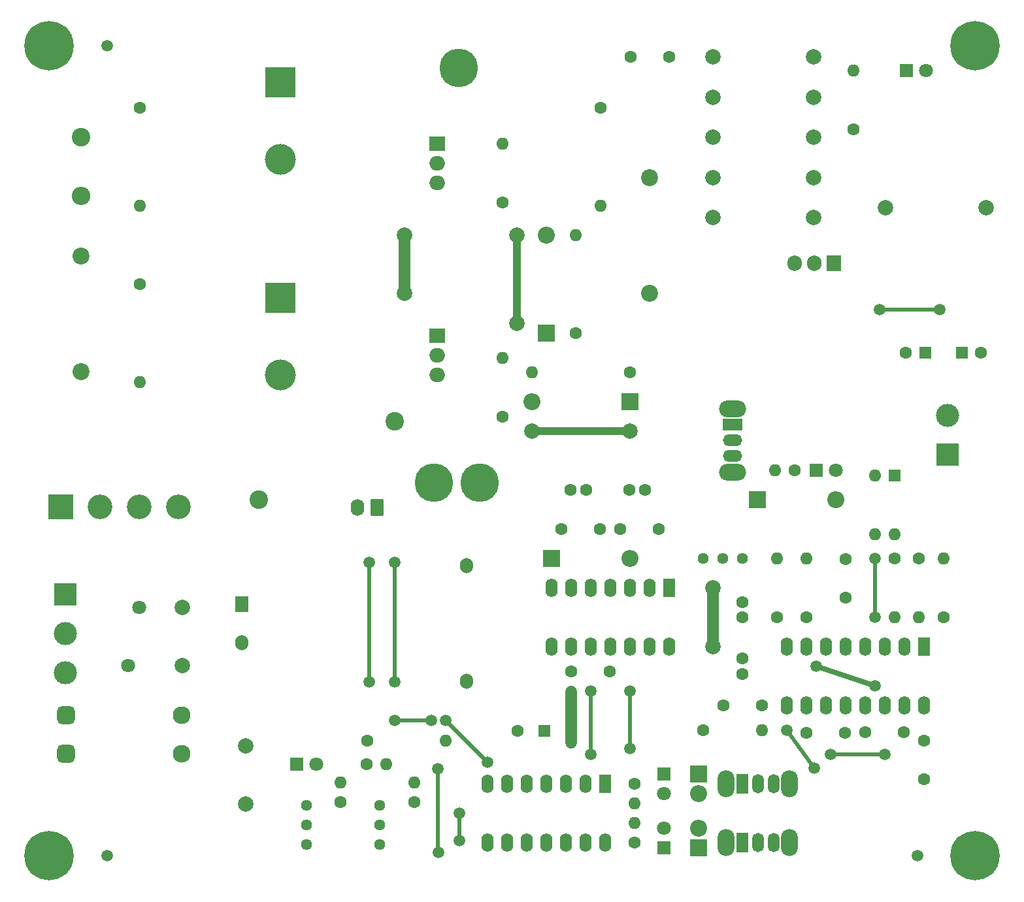
<source format=gtl>
G04 #@! TF.GenerationSoftware,KiCad,Pcbnew,8.0.3*
G04 #@! TF.CreationDate,2024-07-02T01:34:25-03:00*
G04 #@! TF.ProjectId,tp4potencia-rounded,74703470-6f74-4656-9e63-69612d726f75,1.0*
G04 #@! TF.SameCoordinates,Original*
G04 #@! TF.FileFunction,Copper,L1,Top*
G04 #@! TF.FilePolarity,Positive*
%FSLAX46Y46*%
G04 Gerber Fmt 4.6, Leading zero omitted, Abs format (unit mm)*
G04 Created by KiCad (PCBNEW 8.0.3) date 2024-07-02 01:34:25*
%MOMM*%
%LPD*%
G01*
G04 APERTURE LIST*
G04 Aperture macros list*
%AMRoundRect*
0 Rectangle with rounded corners*
0 $1 Rounding radius*
0 $2 $3 $4 $5 $6 $7 $8 $9 X,Y pos of 4 corners*
0 Add a 4 corners polygon primitive as box body*
4,1,4,$2,$3,$4,$5,$6,$7,$8,$9,$2,$3,0*
0 Add four circle primitives for the rounded corners*
1,1,$1+$1,$2,$3*
1,1,$1+$1,$4,$5*
1,1,$1+$1,$6,$7*
1,1,$1+$1,$8,$9*
0 Add four rect primitives between the rounded corners*
20,1,$1+$1,$2,$3,$4,$5,0*
20,1,$1+$1,$4,$5,$6,$7,0*
20,1,$1+$1,$6,$7,$8,$9,0*
20,1,$1+$1,$8,$9,$2,$3,0*%
%AMHorizOval*
0 Thick line with rounded ends*
0 $1 width*
0 $2 $3 position (X,Y) of the first rounded end (center of the circle)*
0 $4 $5 position (X,Y) of the second rounded end (center of the circle)*
0 Add line between two ends*
20,1,$1,$2,$3,$4,$5,0*
0 Add two circle primitives to create the rounded ends*
1,1,$1,$2,$3*
1,1,$1,$4,$5*%
G04 Aperture macros list end*
G04 #@! TA.AperFunction,ComponentPad*
%ADD10R,1.600000X2.400000*%
G04 #@! TD*
G04 #@! TA.AperFunction,ComponentPad*
%ADD11O,1.600000X2.400000*%
G04 #@! TD*
G04 #@! TA.AperFunction,ComponentPad*
%ADD12R,1.600000X1.600000*%
G04 #@! TD*
G04 #@! TA.AperFunction,ComponentPad*
%ADD13C,1.600000*%
G04 #@! TD*
G04 #@! TA.AperFunction,ComponentPad*
%ADD14O,1.600000X1.600000*%
G04 #@! TD*
G04 #@! TA.AperFunction,ComponentPad*
%ADD15RoundRect,0.575000X-0.575000X-0.575000X0.575000X-0.575000X0.575000X0.575000X-0.575000X0.575000X0*%
G04 #@! TD*
G04 #@! TA.AperFunction,ComponentPad*
%ADD16C,2.300000*%
G04 #@! TD*
G04 #@! TA.AperFunction,ComponentPad*
%ADD17C,6.400000*%
G04 #@! TD*
G04 #@! TA.AperFunction,ComponentPad*
%ADD18R,2.000000X1.905000*%
G04 #@! TD*
G04 #@! TA.AperFunction,ComponentPad*
%ADD19O,2.000000X1.905000*%
G04 #@! TD*
G04 #@! TA.AperFunction,ComponentPad*
%ADD20R,4.000000X4.000000*%
G04 #@! TD*
G04 #@! TA.AperFunction,ComponentPad*
%ADD21C,4.000000*%
G04 #@! TD*
G04 #@! TA.AperFunction,ComponentPad*
%ADD22O,2.200000X3.500000*%
G04 #@! TD*
G04 #@! TA.AperFunction,ComponentPad*
%ADD23R,1.500000X2.500000*%
G04 #@! TD*
G04 #@! TA.AperFunction,ComponentPad*
%ADD24O,1.500000X2.500000*%
G04 #@! TD*
G04 #@! TA.AperFunction,ComponentPad*
%ADD25C,5.000000*%
G04 #@! TD*
G04 #@! TA.AperFunction,ComponentPad*
%ADD26RoundRect,0.250000X0.620000X0.845000X-0.620000X0.845000X-0.620000X-0.845000X0.620000X-0.845000X0*%
G04 #@! TD*
G04 #@! TA.AperFunction,ComponentPad*
%ADD27O,1.740000X2.190000*%
G04 #@! TD*
G04 #@! TA.AperFunction,ComponentPad*
%ADD28C,2.000000*%
G04 #@! TD*
G04 #@! TA.AperFunction,ComponentPad*
%ADD29R,3.000000X3.000000*%
G04 #@! TD*
G04 #@! TA.AperFunction,ComponentPad*
%ADD30C,3.000000*%
G04 #@! TD*
G04 #@! TA.AperFunction,ComponentPad*
%ADD31O,3.500000X2.200000*%
G04 #@! TD*
G04 #@! TA.AperFunction,ComponentPad*
%ADD32R,2.500000X1.500000*%
G04 #@! TD*
G04 #@! TA.AperFunction,ComponentPad*
%ADD33O,2.500000X1.500000*%
G04 #@! TD*
G04 #@! TA.AperFunction,ComponentPad*
%ADD34R,2.200000X2.200000*%
G04 #@! TD*
G04 #@! TA.AperFunction,ComponentPad*
%ADD35O,2.200000X2.200000*%
G04 #@! TD*
G04 #@! TA.AperFunction,ComponentPad*
%ADD36C,2.200000*%
G04 #@! TD*
G04 #@! TA.AperFunction,SMDPad,CuDef*
%ADD37C,1.500000*%
G04 #@! TD*
G04 #@! TA.AperFunction,ComponentPad*
%ADD38R,1.800000X1.800000*%
G04 #@! TD*
G04 #@! TA.AperFunction,ComponentPad*
%ADD39C,1.800000*%
G04 #@! TD*
G04 #@! TA.AperFunction,ComponentPad*
%ADD40C,2.400000*%
G04 #@! TD*
G04 #@! TA.AperFunction,ComponentPad*
%ADD41HorizOval,2.400000X0.000000X0.000000X0.000000X0.000000X0*%
G04 #@! TD*
G04 #@! TA.AperFunction,ComponentPad*
%ADD42R,1.700000X2.000000*%
G04 #@! TD*
G04 #@! TA.AperFunction,ComponentPad*
%ADD43O,1.700000X2.000000*%
G04 #@! TD*
G04 #@! TA.AperFunction,ComponentPad*
%ADD44C,1.440000*%
G04 #@! TD*
G04 #@! TA.AperFunction,ComponentPad*
%ADD45R,1.905000X2.000000*%
G04 #@! TD*
G04 #@! TA.AperFunction,ComponentPad*
%ADD46O,1.905000X2.000000*%
G04 #@! TD*
G04 #@! TA.AperFunction,ComponentPad*
%ADD47O,2.400000X2.400000*%
G04 #@! TD*
G04 #@! TA.AperFunction,ComponentPad*
%ADD48R,3.200000X3.200000*%
G04 #@! TD*
G04 #@! TA.AperFunction,ComponentPad*
%ADD49C,3.200000*%
G04 #@! TD*
G04 #@! TA.AperFunction,ViaPad*
%ADD50C,2.000000*%
G04 #@! TD*
G04 #@! TA.AperFunction,ViaPad*
%ADD51C,1.500000*%
G04 #@! TD*
G04 #@! TA.AperFunction,Conductor*
%ADD52C,1.500000*%
G04 #@! TD*
G04 #@! TA.AperFunction,Conductor*
%ADD53C,1.000000*%
G04 #@! TD*
G04 #@! TA.AperFunction,Conductor*
%ADD54C,0.500000*%
G04 #@! TD*
G04 #@! TA.AperFunction,Conductor*
%ADD55C,0.650000*%
G04 #@! TD*
G04 APERTURE END LIST*
D10*
X159565000Y-128180000D03*
D11*
X157025000Y-128180000D03*
X154485000Y-128180000D03*
X151945000Y-128180000D03*
X149405000Y-128180000D03*
X146865000Y-128180000D03*
X144325000Y-128180000D03*
X144325000Y-135800000D03*
X146865000Y-135800000D03*
X149405000Y-135800000D03*
X151945000Y-135800000D03*
X154485000Y-135800000D03*
X157025000Y-135800000D03*
X159565000Y-135800000D03*
D12*
X205753621Y-72299999D03*
D13*
X208253621Y-72299999D03*
X200205000Y-98970000D03*
D14*
X200205000Y-106590000D03*
D15*
X89680000Y-119290000D03*
X89680000Y-124290000D03*
D16*
X104680000Y-119290000D03*
X104680000Y-124290000D03*
D17*
X207500000Y-32500000D03*
D18*
X137820000Y-45200000D03*
D19*
X137820000Y-47740000D03*
X137820000Y-50280000D03*
D13*
X158930000Y-40550000D03*
D14*
X158930000Y-53250000D03*
D13*
X155755000Y-69760000D03*
D14*
X155755000Y-57060000D03*
D13*
X179845000Y-118020000D03*
X174845000Y-118020000D03*
D20*
X117500000Y-65172117D03*
D21*
X117500000Y-75172117D03*
D22*
X175245000Y-135800000D03*
X183445000Y-135800000D03*
D23*
X177345000Y-135800000D03*
D24*
X179345000Y-135800000D03*
X181345000Y-135800000D03*
D25*
X137320000Y-89120000D03*
X143320000Y-89120000D03*
X140570000Y-35370000D03*
D26*
X129974000Y-92346000D03*
D27*
X127434000Y-92346000D03*
D13*
X197030000Y-98970000D03*
D14*
X197030000Y-106590000D03*
D28*
X195864000Y-53504000D03*
X208864000Y-53504000D03*
D13*
X172265000Y-121195000D03*
D14*
X179885000Y-121195000D03*
D13*
X162700000Y-90080000D03*
X164700000Y-90080000D03*
D20*
X117500000Y-37232117D03*
D21*
X117500000Y-47232117D03*
D13*
X99240000Y-63410000D03*
D14*
X99240000Y-76110000D03*
D28*
X113000000Y-130750000D03*
X113000000Y-123250000D03*
D29*
X203888000Y-85508000D03*
D30*
X203888000Y-80428000D03*
D29*
X89570000Y-103620000D03*
D30*
X89570000Y-108700000D03*
X89570000Y-113780000D03*
D13*
X163375000Y-135800000D03*
D14*
X163375000Y-133260000D03*
D18*
X137820000Y-70080000D03*
D19*
X137820000Y-72620000D03*
X137820000Y-75160000D03*
D31*
X176075000Y-79535000D03*
X176075000Y-87735000D03*
D32*
X176075000Y-81635000D03*
D33*
X176075000Y-83635000D03*
X176075000Y-85635000D03*
D13*
X198260000Y-121500000D03*
X193260000Y-121500000D03*
D34*
X171630000Y-136435000D03*
D35*
X171630000Y-133895000D03*
D34*
X171630000Y-126910000D03*
D35*
X171630000Y-129450000D03*
D36*
X165280000Y-64560000D03*
X165280000Y-49560000D03*
D13*
X146230000Y-80555000D03*
D14*
X146230000Y-72935000D03*
D37*
X95000000Y-137500000D03*
D28*
X173520000Y-49560000D03*
X186520000Y-49560000D03*
X173520000Y-44360000D03*
X173520000Y-39160000D03*
X186520000Y-39160000D03*
X173520000Y-54760000D03*
X173520000Y-33960000D03*
X186520000Y-54760000D03*
X186520000Y-44360000D03*
X186520000Y-33960000D03*
D13*
X125275000Y-130495000D03*
D14*
X125275000Y-127955000D03*
D13*
X128704000Y-122592000D03*
D14*
X138864000Y-122592000D03*
D13*
X177345000Y-111940000D03*
X177345000Y-113940000D03*
X99240000Y-40550000D03*
D14*
X99240000Y-53250000D03*
D36*
X91620000Y-59720000D03*
X91620000Y-74720000D03*
D34*
X152580000Y-98970000D03*
D35*
X162740000Y-98970000D03*
D10*
X200850000Y-110410000D03*
D11*
X198310000Y-110410000D03*
X195770000Y-110410000D03*
X193230000Y-110410000D03*
X190690000Y-110410000D03*
X188150000Y-110410000D03*
X185610000Y-110410000D03*
X183070000Y-110410000D03*
X183070000Y-118030000D03*
X185610000Y-118030000D03*
X188150000Y-118030000D03*
X190690000Y-118030000D03*
X193230000Y-118030000D03*
X195770000Y-118030000D03*
X198310000Y-118030000D03*
X200850000Y-118030000D03*
D12*
X197030000Y-88175000D03*
D14*
X194490000Y-88175000D03*
X194490000Y-95795000D03*
X197030000Y-95795000D03*
D38*
X167185000Y-126910000D03*
D39*
X167185000Y-129450000D03*
D13*
X134800000Y-130495000D03*
D14*
X134800000Y-127955000D03*
D38*
X186865000Y-87540000D03*
D39*
X189405000Y-87540000D03*
D40*
X132260000Y-81190000D03*
D41*
X114662364Y-91350000D03*
D13*
X155080000Y-90080000D03*
X157080000Y-90080000D03*
X162820000Y-33960000D03*
X167820000Y-33960000D03*
D37*
X95000000Y-32500000D03*
D13*
X161470000Y-95160000D03*
X166470000Y-95160000D03*
D38*
X119555000Y-125640000D03*
D39*
X122095000Y-125640000D03*
D34*
X162740000Y-78650000D03*
D35*
X150040000Y-78650000D03*
D17*
X87500000Y-32500000D03*
D28*
X104800000Y-112840000D03*
X104800000Y-105340000D03*
D13*
X128675000Y-125640000D03*
D14*
X131215000Y-125640000D03*
D42*
X112502500Y-104847349D03*
D43*
X112502500Y-109847349D03*
X141582500Y-99847349D03*
X141582500Y-114847349D03*
D22*
X175245000Y-128180000D03*
X183445000Y-128180000D03*
D23*
X177345000Y-128180000D03*
D24*
X179345000Y-128180000D03*
X181345000Y-128180000D03*
D17*
X87500000Y-137500000D03*
D13*
X200840000Y-122545000D03*
X200840000Y-127545000D03*
X185600000Y-121576000D03*
X190600000Y-121576000D03*
D34*
X151945000Y-69760000D03*
D35*
X151945000Y-57060000D03*
D13*
X185610000Y-106600000D03*
D14*
X185610000Y-98980000D03*
D13*
X146230000Y-52820000D03*
D14*
X146230000Y-45200000D03*
D13*
X184105000Y-87540000D03*
D14*
X181565000Y-87540000D03*
D13*
X190690000Y-104020000D03*
X190690000Y-99020000D03*
D39*
X99150000Y-105340000D03*
X97750000Y-112840000D03*
D44*
X177355000Y-98970000D03*
X174815000Y-98970000D03*
X172275000Y-98970000D03*
D38*
X198549000Y-35724000D03*
D39*
X201089000Y-35724000D03*
D13*
X191696000Y-43344000D03*
D14*
X191696000Y-35724000D03*
D13*
X162740000Y-74840000D03*
D14*
X150040000Y-74840000D03*
D13*
X153850000Y-95160000D03*
X158850000Y-95160000D03*
X163375000Y-128180000D03*
D14*
X163375000Y-130720000D03*
D13*
X181800000Y-106600000D03*
D14*
X181800000Y-98980000D03*
D10*
X167820000Y-102780000D03*
D11*
X165280000Y-102780000D03*
X162740000Y-102780000D03*
X160200000Y-102780000D03*
X157660000Y-102780000D03*
X155120000Y-102780000D03*
X152580000Y-102780000D03*
X152580000Y-110400000D03*
X155120000Y-110400000D03*
X157660000Y-110400000D03*
X160200000Y-110400000D03*
X162740000Y-110400000D03*
X165280000Y-110400000D03*
X167820000Y-110400000D03*
D45*
X189156000Y-60710000D03*
D46*
X186616000Y-60710000D03*
X184076000Y-60710000D03*
D13*
X203380000Y-106590000D03*
D14*
X203380000Y-98970000D03*
D34*
X179250000Y-91350000D03*
D35*
X189410000Y-91350000D03*
D13*
X155160000Y-113575000D03*
X160160000Y-113575000D03*
D40*
X91620000Y-44360000D03*
D47*
X91620000Y-51980000D03*
D38*
X167185000Y-136435000D03*
D39*
X167185000Y-133895000D03*
D12*
X151692651Y-121322000D03*
D13*
X148192651Y-121322000D03*
D44*
X130355000Y-130950000D03*
X130355000Y-133490000D03*
X130355000Y-136030000D03*
D13*
X177345000Y-106590000D03*
X177345000Y-104590000D03*
D44*
X120830000Y-130920000D03*
X120830000Y-133460000D03*
X120830000Y-136000000D03*
D12*
X201006380Y-72300000D03*
D13*
X198506380Y-72300000D03*
D17*
X207500000Y-137500000D03*
D37*
X200000000Y-137500000D03*
D48*
X89050000Y-92270000D03*
D49*
X94130000Y-92270000D03*
X99210000Y-92270000D03*
X104290000Y-92270000D03*
D50*
X148135000Y-57060000D03*
X133530000Y-57060000D03*
X148135000Y-68490000D03*
X133530000Y-64560000D03*
D51*
X140642000Y-131990000D03*
X140642000Y-135546000D03*
D50*
X173535000Y-102780000D03*
X173535000Y-110400000D03*
D51*
X155120000Y-122846000D03*
X186870000Y-112940000D03*
X155120000Y-116242000D03*
X194490000Y-115480000D03*
X186616000Y-126148000D03*
X183060000Y-121195000D03*
X132260000Y-119925000D03*
X132260000Y-99478000D03*
D50*
X162740000Y-82460000D03*
D51*
X144325000Y-125386000D03*
X138864000Y-119925000D03*
X132260000Y-114972000D03*
X137022500Y-119925000D03*
D50*
X150040000Y-82460000D03*
D51*
X195125000Y-66712000D03*
X202872000Y-66712000D03*
X194490000Y-98970000D03*
X194490000Y-106590000D03*
X157660000Y-116115000D03*
X157660000Y-124370000D03*
X195760000Y-124370000D03*
X188775000Y-124370000D03*
X162740000Y-123578000D03*
X162740000Y-116115000D03*
X137975000Y-137070000D03*
X128958000Y-114972000D03*
X137848000Y-126251000D03*
X128958000Y-99478000D03*
D52*
X133530000Y-57060000D02*
X133530000Y-64560000D01*
D53*
X148135000Y-68490000D02*
X148135000Y-57060000D01*
D52*
X173535000Y-102780000D02*
X173535000Y-110400000D01*
D54*
X140642000Y-135546000D02*
X140642000Y-131990000D01*
D52*
X155120000Y-122719000D02*
X155120000Y-122846000D01*
D55*
X186870000Y-112940000D02*
X194490000Y-115480000D01*
D52*
X155120000Y-122465000D02*
X155120000Y-122719000D01*
X155120000Y-122465000D02*
X155120000Y-116242000D01*
D54*
X183060000Y-121195000D02*
X186616000Y-126148000D01*
X144325000Y-125386000D02*
X138864000Y-119925000D01*
X132260000Y-99478000D02*
X132260000Y-114972000D01*
D53*
X150040000Y-82460000D02*
X162740000Y-82460000D01*
D54*
X132260000Y-119925000D02*
X137022500Y-119925000D01*
X202872000Y-66712000D02*
X195125000Y-66712000D01*
X194490000Y-98970000D02*
X194490000Y-106590000D01*
X189727500Y-124370000D02*
X189092500Y-124370000D01*
X157660000Y-124370000D02*
X157660000Y-116115000D01*
X189092500Y-124370000D02*
X188775000Y-124370000D01*
X189727500Y-124370000D02*
X195760000Y-124370000D01*
X162740000Y-123578000D02*
X162740000Y-116115000D01*
X137848000Y-136853197D02*
X137848000Y-126251000D01*
X128958000Y-99478000D02*
X128958000Y-114972000D01*
X137975000Y-137070000D02*
X137911500Y-137006500D01*
X137848000Y-136853197D02*
G75*
G03*
X137911499Y-137006501I216800J-3D01*
G01*
M02*

</source>
